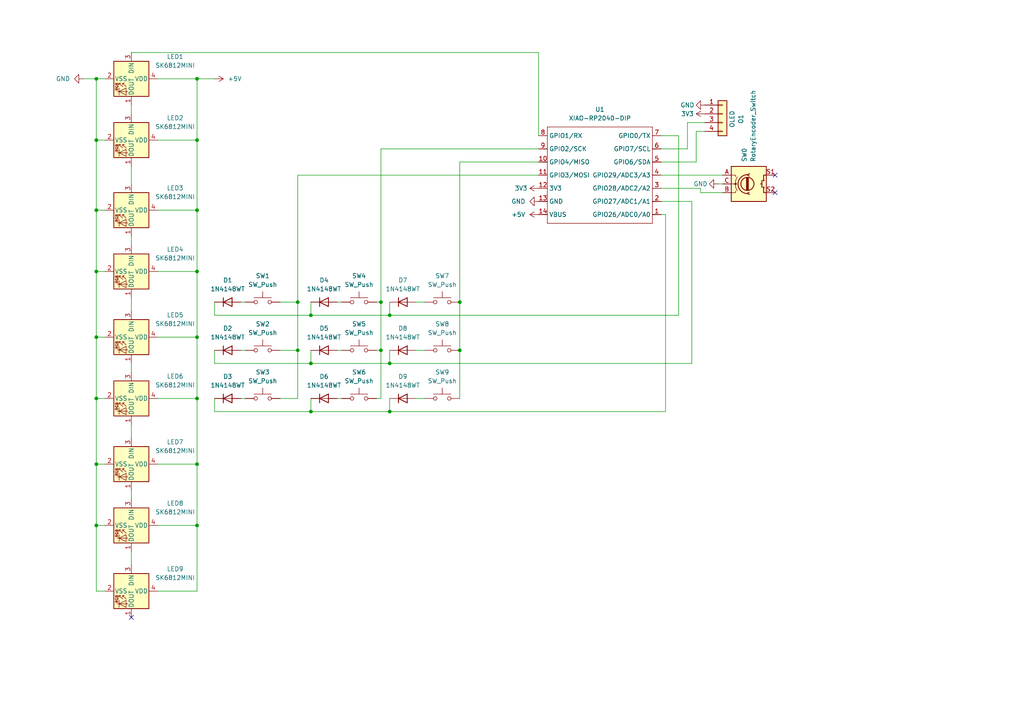
<source format=kicad_sch>
(kicad_sch (version 20250114) (generator "eeschema") (generator_version "9.0")
  (paper "A4")
  (lib_symbols
    (symbol "Connector_Generic:Conn_01x04" (pin_names (offset 1.016) (hide yes))
      (property "Reference" "J" (at 0 5.08 0))
      (property "Value" "Conn_01x04" (at 0 -7.62 0))
      (symbol "Conn_01x04_1_1"
        (rectangle (start -1.27 3.81) (end 1.27 -6.35) (stroke (width 0.254)) (fill (type background)))
        (rectangle (start -1.27 2.667) (end 0 2.413) (stroke (width 0.1524)))
        (rectangle (start -1.27 0.127) (end 0 -0.127) (stroke (width 0.1524)))
        (rectangle (start -1.27 -2.413) (end 0 -2.667) (stroke (width 0.1524)))
        (rectangle (start -1.27 -4.953) (end 0 -5.207) (stroke (width 0.1524)))
        (pin passive line (at -5.08 2.54 0) (length 3.81) (name "Pin_1") (number "1"))
        (pin passive line (at -5.08 0 0) (length 3.81) (name "Pin_2") (number "2"))
        (pin passive line (at -5.08 -2.54 0) (length 3.81) (name "Pin_3") (number "3"))
        (pin passive line (at -5.08 -5.08 0) (length 3.81) (name "Pin_4") (number "4"))
      )
    )
    (symbol "Device:RotaryEncoder_Switch" (pin_names (offset 0.254) (hide yes))
      (property "Reference" "SW" (at 0 6.604 0))
      (property "Value" "RotaryEncoder_Switch" (at 0 -6.604 0))
      (symbol "RotaryEncoder_Switch_0_1"
        (rectangle (start -5.08 5.08) (end 5.08 -5.08) (stroke (width 0.254)) (fill (type background)))
        (polyline (pts (xy -5.08 2.54) (xy -3.81 2.54) (xy -3.81 2.032)))
        (polyline (pts (xy -5.08 0) (xy -3.81 0) (xy -3.81 -1.016) (xy -3.302 -2.032)))
        (polyline (pts (xy -5.08 -2.54) (xy -3.81 -2.54) (xy -3.81 -2.032)))
        (polyline (pts (xy -4.318 0) (xy -3.81 0) (xy -3.81 1.016) (xy -3.302 2.032)))
        (circle (center -3.81 0) (radius 0.254) (fill (type outline)))
        (polyline (pts (xy -0.635 -1.778) (xy -0.635 1.778)) (stroke (width 0.254)))
        (circle (center -0.381 0) (radius 1.905) (stroke (width 0.254)))
        (polyline (pts (xy -0.381 -1.778) (xy -0.381 1.778)) (stroke (width 0.254)))
        (arc (start -0.381 -2.794) (mid -3.0988 -0.0635) (end -0.381 2.667) (stroke (width 0.254)))
        (polyline (pts (xy -0.127 1.778) (xy -0.127 -1.778)) (stroke (width 0.254)))
        (polyline (pts (xy 0.254 2.921) (xy -0.508 2.667) (xy 0.127 2.286)) (stroke (width 0.254)))
        (polyline (pts (xy 0.254 -3.048) (xy -0.508 -2.794) (xy 0.127 -2.413)) (stroke (width 0.254)))
        (polyline (pts (xy 3.81 1.016) (xy 3.81 -1.016)) (stroke (width 0.254)))
        (polyline (pts (xy 3.81 0) (xy 3.429 0)) (stroke (width 0.254)))
        (circle (center 4.318 1.016) (radius 0.127) (stroke (width 0.254)))
        (circle (center 4.318 -1.016) (radius 0.127) (stroke (width 0.254)))
        (polyline (pts (xy 5.08 2.54) (xy 4.318 2.54) (xy 4.318 1.016)) (stroke (width 0.254)))
        (polyline (pts (xy 5.08 -2.54) (xy 4.318 -2.54) (xy 4.318 -1.016)) (stroke (width 0.254)))
      )
      (symbol "RotaryEncoder_Switch_1_1"
        (pin passive line (at -7.62 2.54 0) (length 2.54) (name "A") (number "A"))
        (pin passive line (at -7.62 0 0) (length 2.54) (name "C") (number "C"))
        (pin passive line (at -7.62 -2.54 0) (length 2.54) (name "B") (number "B"))
        (pin passive line (at 7.62 2.54 180) (length 2.54) (name "S1") (number "S1"))
        (pin passive line (at 7.62 -2.54 180) (length 2.54) (name "S2") (number "S2"))
      )
    )
    (symbol "Diode:1N4148WT" (pin_numbers (hide yes)) (pin_names (hide yes))
      (property "Reference" "D" (at 0 2.54 0))
      (property "Value" "1N4148WT" (at 0 -2.54 0))
      (symbol "1N4148WT_0_1"
        (polyline (pts (xy -1.27 1.27) (xy -1.27 -1.27)) (stroke (width 0.254)))
        (polyline (pts (xy 1.27 1.27) (xy 1.27 -1.27) (xy -1.27 0) (xy 1.27 1.27)) (stroke (width 0.254)))
        (polyline (pts (xy 1.27 0) (xy -1.27 0)))
      )
      (symbol "1N4148WT_1_1"
        (pin passive line (at -3.81 0 0) (length 2.54) (name "K") (number "1"))
        (pin passive line (at 3.81 0 180) (length 2.54) (name "A") (number "2"))
      )
    )
    (symbol "LED:SK6812MINI" (pin_names (offset 0.254))
      (property "Reference" "D" (at 5.08 5.715 0))
      (property "Value" "SK6812MINI" (at 1.27 -5.715 0))
      (symbol "SK6812MINI_0_0"
        (text "RGB" (at 2.286 -4.191 0) (effects (font (size 0.762 0.762))))
      )
      (symbol "SK6812MINI_0_1"
        (polyline (pts (xy 1.27 -2.54) (xy 1.778 -2.54)))
        (polyline (pts (xy 1.27 -3.556) (xy 1.778 -3.556)))
        (polyline (pts (xy 2.286 -1.524) (xy 1.27 -2.54) (xy 1.27 -2.032)))
        (polyline (pts (xy 2.286 -2.54) (xy 1.27 -3.556) (xy 1.27 -3.048)))
        (polyline (pts (xy 3.683 -1.016) (xy 3.683 -3.556) (xy 3.683 -4.064)))
        (polyline (pts (xy 4.699 -1.524) (xy 2.667 -1.524) (xy 3.683 -3.556) (xy 4.699 -1.524)))
        (polyline (pts (xy 4.699 -3.556) (xy 2.667 -3.556)))
        (rectangle (start 5.08 5.08) (end -5.08 -5.08) (stroke (width 0.254)) (fill (type background)))
      )
      (symbol "SK6812MINI_1_1"
        (pin input line (at -7.62 0 0) (length 2.54) (name "DIN") (number "3"))
        (pin power_in line (at 0 7.62 270) (length 2.54) (name "VDD") (number "4"))
        (pin power_in line (at 0 -7.62 90) (length 2.54) (name "VSS") (number "2"))
        (pin output line (at 7.62 0 180) (length 2.54) (name "DOUT") (number "1"))
      )
    )
    (symbol "Seeed_Studio_XIAO_Series:XIAO-RP2040-DIP"
      (property "Reference" "U" (at 0 0 0))
      (property "Value" "XIAO-RP2040-DIP" (at 5.334 -1.778 0))
      (symbol "XIAO-RP2040-DIP_1_0"
        (polyline (pts (xy -1.27 -2.54) (xy 29.21 -2.54)) (stroke (width 0.1524)))
        (polyline (pts (xy -1.27 -5.08) (xy -2.54 -5.08)) (stroke (width 0.1524)))
        (polyline (pts (xy -1.27 -5.08) (xy -1.27 -2.54)) (stroke (width 0.1524)))
        (polyline (pts (xy -1.27 -8.89) (xy -2.54 -8.89)) (stroke (width 0.1524)))
        (polyline (pts (xy -1.27 -8.89) (xy -1.27 -5.08)) (stroke (width 0.1524)))
        (polyline (pts (xy -1.27 -12.7) (xy -2.54 -12.7)) (stroke (width 0.1524)))
        (polyline (pts (xy -1.27 -12.7) (xy -1.27 -8.89)) (stroke (width 0.1524)))
        (polyline (pts (xy -1.27 -16.51) (xy -2.54 -16.51)) (stroke (width 0.1524)))
        (polyline (pts (xy -1.27 -16.51) (xy -1.27 -12.7)) (stroke (width 0.1524)))
        (polyline (pts (xy -1.27 -20.32) (xy -2.54 -20.32)) (stroke (width 0.1524)))
        (polyline (pts (xy -1.27 -24.13) (xy -2.54 -24.13)) (stroke (width 0.1524)))
        (polyline (pts (xy -1.27 -27.94) (xy -2.54 -27.94)) (stroke (width 0.1524)))
        (polyline (pts (xy -1.27 -30.48) (xy -1.27 -16.51)) (stroke (width 0.1524)))
        (polyline (pts (xy 29.21 -2.54) (xy 29.21 -5.08)) (stroke (width 0.1524)))
        (polyline (pts (xy 29.21 -5.08) (xy 29.21 -8.89)) (stroke (width 0.1524)))
        (polyline (pts (xy 29.21 -8.89) (xy 29.21 -12.7)) (stroke (width 0.1524)))
        (polyline (pts (xy 29.21 -12.7) (xy 29.21 -30.48)) (stroke (width 0.1524)))
        (polyline (pts (xy 29.21 -30.48) (xy -1.27 -30.48)) (stroke (width 0.1524)))
        (polyline (pts (xy 30.48 -5.08) (xy 29.21 -5.08)) (stroke (width 0.1524)))
        (polyline (pts (xy 30.48 -8.89) (xy 29.21 -8.89)) (stroke (width 0.1524)))
        (polyline (pts (xy 30.48 -12.7) (xy 29.21 -12.7)) (stroke (width 0.1524)))
        (polyline (pts (xy 30.48 -16.51) (xy 29.21 -16.51)) (stroke (width 0.1524)))
        (polyline (pts (xy 30.48 -20.32) (xy 29.21 -20.32)) (stroke (width 0.1524)))
        (polyline (pts (xy 30.48 -24.13) (xy 29.21 -24.13)) (stroke (width 0.1524)))
        (polyline (pts (xy 30.48 -27.94) (xy 29.21 -27.94)) (stroke (width 0.1524)))
        (pin passive line (at -3.81 -5.08 0) (length 2.54) (name "GPIO26/ADC0/A0") (number "1"))
        (pin passive line (at -3.81 -8.89 0) (length 2.54) (name "GPIO27/ADC1/A1") (number "2"))
        (pin passive line (at -3.81 -12.7 0) (length 2.54) (name "GPIO28/ADC2/A2") (number "3"))
        (pin passive line (at -3.81 -16.51 0) (length 2.54) (name "GPIO29/ADC3/A3") (number "4"))
        (pin passive line (at -3.81 -20.32 0) (length 2.54) (name "GPIO6/SDA") (number "5"))
        (pin passive line (at -3.81 -24.13 0) (length 2.54) (name "GPIO7/SCL") (number "6"))
        (pin passive line (at -3.81 -27.94 0) (length 2.54) (name "GPIO0/TX") (number "7"))
        (pin passive line (at 31.75 -5.08 180) (length 2.54) (name "VBUS") (number "14"))
        (pin passive line (at 31.75 -8.89 180) (length 2.54) (name "GND") (number "13"))
        (pin passive line (at 31.75 -12.7 180) (length 2.54) (name "3V3") (number "12"))
        (pin passive line (at 31.75 -16.51 180) (length 2.54) (name "GPIO3/MOSI") (number "11"))
        (pin passive line (at 31.75 -20.32 180) (length 2.54) (name "GPIO4/MISO") (number "10"))
        (pin passive line (at 31.75 -24.13 180) (length 2.54) (name "GPIO2/SCK") (number "9"))
        (pin passive line (at 31.75 -27.94 180) (length 2.54) (name "GPIO1/RX") (number "8"))
      )
    )
    (symbol "Switch:SW_Push" (pin_numbers (hide yes)) (pin_names (offset 1.016) (hide yes))
      (property "Reference" "SW" (at 1.27 2.54 0))
      (property "Value" "SW_Push" (at 0 -1.524 0))
      (symbol "SW_Push_0_1"
        (circle (center -2.032 0) (radius 0.508))
        (polyline (pts (xy 0 1.27) (xy 0 3.048)))
        (circle (center 2.032 0) (radius 0.508))
        (polyline (pts (xy 2.54 1.27) (xy -2.54 1.27)))
        (pin passive line (at -5.08 0 0) (length 2.54) (name "1") (number "1"))
        (pin passive line (at 5.08 0 180) (length 2.54) (name "2") (number "2"))
      )
    )
    (symbol "power:+5V" (power) (pin_numbers (hide yes)) (pin_names (offset 0) (hide yes))
      (property "Value" "+5V" (at 0 3.556 0))
      (symbol "+5V_0_1"
        (polyline (pts (xy -0.762 1.27) (xy 0 2.54)))
        (polyline (pts (xy 0 2.54) (xy 0.762 1.27)))
        (polyline (pts (xy 0 0) (xy 0 2.54)))
      )
      (symbol "+5V_1_1"
        (pin power_in line (at 0 0 90) (length 0) (name "~") (number "1"))
      )
    )
    (symbol "power:GND" (power) (pin_numbers (hide yes)) (pin_names (offset 0) (hide yes))
      (property "Value" "GND" (at 0 -3.81 0))
      (symbol "GND_0_1"
        (polyline (pts (xy 0 0) (xy 0 -1.27) (xy 1.27 -1.27) (xy 0 -2.54) (xy -1.27 -1.27) (xy 0 -1.27)))
      )
      (symbol "GND_1_1"
        (pin power_in line (at 0 0 270) (length 0) (name "~") (number "1"))
      )
    )
    (symbol "power:VCC" (power) (pin_numbers (hide yes)) (pin_names (offset 0) (hide yes))
      (property "Value" "VCC" (at 0 3.556 0))
      (symbol "VCC_0_1"
        (polyline (pts (xy -0.762 1.27) (xy 0 2.54)))
        (polyline (pts (xy 0 2.54) (xy 0.762 1.27)))
        (polyline (pts (xy 0 0) (xy 0 2.54)))
      )
      (symbol "VCC_1_1"
        (pin power_in line (at 0 0 90) (length 0) (name "~") (number "1"))
      )
    )
  )
  (junction (at 27.94 97.79))
  (junction (at 133.35 101.6))
  (junction (at 57.15 115.57))
  (junction (at 57.15 134.62))
  (junction (at 27.94 40.64))
  (junction (at 27.94 60.96))
  (junction (at 86.36 87.63))
  (junction (at 27.94 152.4))
  (junction (at 27.94 115.57))
  (junction (at 90.17 91.44))
  (junction (at 27.94 134.62))
  (junction (at 86.36 101.6))
  (junction (at 57.15 22.86))
  (junction (at 133.35 87.63))
  (junction (at 113.03 91.44))
  (junction (at 57.15 97.79))
  (junction (at 90.17 119.38))
  (junction (at 57.15 40.64))
  (junction (at 27.94 78.74))
  (junction (at 57.15 60.96))
  (junction (at 57.15 78.74))
  (junction (at 90.17 105.41))
  (junction (at 110.49 87.63))
  (junction (at 113.03 105.41))
  (junction (at 57.15 152.4))
  (junction (at 27.94 22.86))
  (junction (at 113.03 119.38))
  (junction (at 110.49 101.6))
  (no_connect (at 38.1 179.07))
  (no_connect (at 224.79 50.8))
  (no_connect (at 224.79 55.88))
  (wire (pts (xy 133.35 101.6) (xy 133.35 115.57)))
  (wire (pts (xy 57.15 22.86) (xy 57.15 40.64)))
  (wire (pts (xy 27.94 40.64) (xy 27.94 60.96)))
  (wire (pts (xy 62.23 105.41) (xy 62.23 101.6)))
  (wire (pts (xy 191.77 39.37) (xy 196.85 39.37)))
  (wire (pts (xy 97.79 115.57) (xy 99.06 115.57)))
  (wire (pts (xy 38.1 160.02) (xy 38.1 163.83)))
  (wire (pts (xy 27.94 115.57) (xy 27.94 134.62)))
  (wire (pts (xy 45.72 97.79) (xy 57.15 97.79)))
  (wire (pts (xy 201.93 38.1) (xy 201.93 46.99)))
  (wire (pts (xy 27.94 40.64) (xy 30.48 40.64)))
  (wire (pts (xy 57.15 115.57) (xy 57.15 134.62)))
  (wire (pts (xy 90.17 119.38) (xy 62.23 119.38)))
  (wire (pts (xy 97.79 101.6) (xy 99.06 101.6)))
  (wire (pts (xy 133.35 87.63) (xy 133.35 46.99)))
  (wire (pts (xy 200.66 105.41) (xy 200.66 58.42)))
  (wire (pts (xy 90.17 119.38) (xy 113.03 119.38)))
  (wire (pts (xy 120.65 115.57) (xy 123.19 115.57)))
  (wire (pts (xy 38.1 68.58) (xy 38.1 71.12)))
  (wire (pts (xy 193.04 62.23) (xy 191.77 62.23)))
  (wire (pts (xy 57.15 152.4) (xy 57.15 171.45)))
  (wire (pts (xy 27.94 97.79) (xy 27.94 115.57)))
  (wire (pts (xy 113.03 87.63) (xy 113.03 91.44)))
  (wire (pts (xy 38.1 30.48) (xy 38.1 33.02)))
  (wire (pts (xy 81.28 115.57) (xy 86.36 115.57)))
  (wire (pts (xy 62.23 119.38) (xy 62.23 115.57)))
  (wire (pts (xy 90.17 101.6) (xy 90.17 105.41)))
  (wire (pts (xy 81.28 87.63) (xy 86.36 87.63)))
  (wire (pts (xy 27.94 78.74) (xy 27.94 97.79)))
  (wire (pts (xy 204.47 35.56) (xy 199.39 35.56)))
  (wire (pts (xy 24.13 22.86) (xy 27.94 22.86)))
  (wire (pts (xy 196.85 39.37) (xy 196.85 91.44)))
  (wire (pts (xy 38.1 105.41) (xy 38.1 107.95)))
  (wire (pts (xy 113.03 119.38) (xy 193.04 119.38)))
  (wire (pts (xy 203.2 55.88) (xy 209.55 55.88)))
  (wire (pts (xy 196.85 91.44) (xy 113.03 91.44)))
  (wire (pts (xy 110.49 87.63) (xy 110.49 101.6)))
  (wire (pts (xy 57.15 134.62) (xy 57.15 152.4)))
  (wire (pts (xy 27.94 134.62) (xy 27.94 152.4)))
  (wire (pts (xy 90.17 105.41) (xy 113.03 105.41)))
  (wire (pts (xy 133.35 46.99) (xy 156.21 46.99)))
  (wire (pts (xy 45.72 22.86) (xy 57.15 22.86)))
  (wire (pts (xy 156.21 43.18) (xy 110.49 43.18)))
  (wire (pts (xy 90.17 105.41) (xy 62.23 105.41)))
  (wire (pts (xy 110.49 101.6) (xy 110.49 115.57)))
  (wire (pts (xy 69.85 101.6) (xy 71.12 101.6)))
  (wire (pts (xy 133.35 87.63) (xy 133.35 101.6)))
  (wire (pts (xy 90.17 87.63) (xy 90.17 91.44)))
  (wire (pts (xy 45.72 152.4) (xy 57.15 152.4)))
  (wire (pts (xy 120.65 101.6) (xy 123.19 101.6)))
  (wire (pts (xy 90.17 91.44) (xy 113.03 91.44)))
  (wire (pts (xy 27.94 171.45) (xy 30.48 171.45)))
  (wire (pts (xy 201.93 46.99) (xy 191.77 46.99)))
  (wire (pts (xy 27.94 60.96) (xy 30.48 60.96)))
  (wire (pts (xy 109.22 115.57) (xy 110.49 115.57)))
  (wire (pts (xy 97.79 87.63) (xy 99.06 87.63)))
  (wire (pts (xy 45.72 60.96) (xy 57.15 60.96)))
  (wire (pts (xy 86.36 50.8) (xy 86.36 87.63)))
  (wire (pts (xy 69.85 115.57) (xy 71.12 115.57)))
  (wire (pts (xy 113.03 101.6) (xy 113.03 105.41)))
  (wire (pts (xy 193.04 62.23) (xy 193.04 119.38)))
  (wire (pts (xy 62.23 91.44) (xy 62.23 87.63)))
  (wire (pts (xy 57.15 40.64) (xy 57.15 60.96)))
  (wire (pts (xy 191.77 58.42) (xy 200.66 58.42)))
  (wire (pts (xy 90.17 115.57) (xy 90.17 119.38)))
  (wire (pts (xy 113.03 115.57) (xy 113.03 119.38)))
  (wire (pts (xy 27.94 152.4) (xy 30.48 152.4)))
  (wire (pts (xy 209.55 53.34) (xy 208.28 53.34)))
  (wire (pts (xy 27.94 97.79) (xy 30.48 97.79)))
  (wire (pts (xy 204.47 38.1) (xy 201.93 38.1)))
  (wire (pts (xy 27.94 22.86) (xy 27.94 40.64)))
  (wire (pts (xy 81.28 101.6) (xy 86.36 101.6)))
  (wire (pts (xy 86.36 87.63) (xy 86.36 101.6)))
  (wire (pts (xy 113.03 105.41) (xy 200.66 105.41)))
  (wire (pts (xy 191.77 54.61) (xy 203.2 54.61)))
  (wire (pts (xy 199.39 43.18) (xy 191.77 43.18)))
  (wire (pts (xy 27.94 152.4) (xy 27.94 171.45)))
  (wire (pts (xy 156.21 15.24) (xy 156.21 39.37)))
  (wire (pts (xy 27.94 78.74) (xy 30.48 78.74)))
  (wire (pts (xy 27.94 134.62) (xy 30.48 134.62)))
  (wire (pts (xy 38.1 142.24) (xy 38.1 144.78)))
  (wire (pts (xy 199.39 35.56) (xy 199.39 43.18)))
  (wire (pts (xy 109.22 87.63) (xy 110.49 87.63)))
  (wire (pts (xy 38.1 86.36) (xy 38.1 90.17)))
  (wire (pts (xy 57.15 78.74) (xy 57.15 97.79)))
  (wire (pts (xy 191.77 50.8) (xy 209.55 50.8)))
  (wire (pts (xy 38.1 48.26) (xy 38.1 53.34)))
  (wire (pts (xy 57.15 22.86) (xy 62.23 22.86)))
  (wire (pts (xy 57.15 40.64) (xy 45.72 40.64)))
  (wire (pts (xy 86.36 101.6) (xy 86.36 115.57)))
  (wire (pts (xy 27.94 60.96) (xy 27.94 78.74)))
  (wire (pts (xy 90.17 91.44) (xy 62.23 91.44)))
  (wire (pts (xy 110.49 43.18) (xy 110.49 87.63)))
  (wire (pts (xy 69.85 87.63) (xy 71.12 87.63)))
  (wire (pts (xy 156.21 50.8) (xy 86.36 50.8)))
  (wire (pts (xy 57.15 97.79) (xy 57.15 115.57)))
  (wire (pts (xy 45.72 78.74) (xy 57.15 78.74)))
  (wire (pts (xy 27.94 115.57) (xy 30.48 115.57)))
  (wire (pts (xy 109.22 101.6) (xy 110.49 101.6)))
  (wire (pts (xy 57.15 60.96) (xy 57.15 78.74)))
  (wire (pts (xy 203.2 54.61) (xy 203.2 55.88)))
  (wire (pts (xy 38.1 15.24) (xy 156.21 15.24)))
  (wire (pts (xy 38.1 123.19) (xy 38.1 127)))
  (wire (pts (xy 27.94 22.86) (xy 30.48 22.86)))
  (wire (pts (xy 45.72 115.57) (xy 57.15 115.57)))
  (wire (pts (xy 45.72 134.62) (xy 57.15 134.62)))
  (wire (pts (xy 45.72 171.45) (xy 57.15 171.45)))
  (wire (pts (xy 120.65 87.63) (xy 123.19 87.63)))
  (symbol (lib_id "power:+5V") (at 62.23 22.86 270) (unit 1)
    (property "Reference" "#PWR05" (effects (hide yes)))
    (property "Value" "+5V" (at 66.04 22.8599 90) (effects (justify left)))
    (property "Description" "Power symbol creates a global label with name \"+5V\"" (effects (hide yes)))
  )
  (symbol (lib_id "power:GND") (at 156.21 58.42 270) (unit 1)
    (property "Reference" "#PWR01" (effects (hide yes)))
    (property "Value" "GND" (at 152.4 58.4199 90) (effects (justify right)))
    (property "Description" "Power symbol creates a global label with name \"GND\" , ground" (effects (hide yes)))
  )
  (symbol (lib_id "LED:SK6812MINI") (at 38.1 60.96 270) (unit 1)
    (property "Reference" "LED3" (at 50.8 54.5398 90))
    (property "Value" "SK6812MINI" (at 50.8 57.0798 90))
    (property "Footprint" "LED_SMD:LED_SK6812MINI_PLCC4_3.5x3.5mm_P1.75mm" (effects (hide yes)))
    (property "Datasheet" "https://cdn-shop.adafruit.com/product-files/2686/SK6812MINI_REV.01-1-2.pdf" (effects (hide yes)))
    (property "Description" "RGB LED with integrated controller" (effects (hide yes)))
  )
  (symbol (lib_id "LED:SK6812MINI") (at 38.1 40.64 270) (unit 1)
    (property "Reference" "LED2" (at 50.8 34.2198 90))
    (property "Value" "SK6812MINI" (at 50.8 36.7598 90))
    (property "Footprint" "LED_SMD:LED_SK6812MINI_PLCC4_3.5x3.5mm_P1.75mm" (effects (hide yes)))
    (property "Datasheet" "https://cdn-shop.adafruit.com/product-files/2686/SK6812MINI_REV.01-1-2.pdf" (effects (hide yes)))
    (property "Description" "RGB LED with integrated controller" (effects (hide yes)))
  )
  (symbol (lib_id "Diode:1N4148WT") (at 116.84 101.6 0) (unit 1)
    (property "Reference" "D8" (at 116.84 95.25 0))
    (property "Value" "1N4148WT" (at 116.84 97.79 0))
    (property "Footprint" "Diode_THT:D_DO-35_SOD27_P7.62mm_Horizontal" (effects (hide yes)))
    (property "Datasheet" "https://www.diodes.com/assets/Datasheets/ds30396.pdf" (effects (hide yes)))
    (property "Description" "75V 0.15A Fast switching Diode, SOD-523" (effects (hide yes)))
    (property "Sim.Device" "D" (effects (hide yes)))
    (property "Sim.Pins" "1=K 2=A" (effects (hide yes)))
  )
  (symbol (lib_id "Switch:SW_Push") (at 104.14 101.6 0) (unit 1)
    (property "Reference" "SW5" (at 104.14 93.98 0))
    (property "Value" "SW_Push" (at 104.14 96.52 0))
    (property "Footprint" "Button_Switch_Keyboard:SW_Cherry_MX_1.00u_PCB" (effects (hide yes)))
    (property "Description" "Push button switch, generic, two pins" (effects (hide yes)))
  )
  (symbol (lib_id "Switch:SW_Push") (at 104.14 115.57 0) (unit 1)
    (property "Reference" "SW6" (at 104.14 107.95 0))
    (property "Value" "SW_Push" (at 104.14 110.49 0))
    (property "Footprint" "Button_Switch_Keyboard:SW_Cherry_MX_1.00u_PCB" (effects (hide yes)))
    (property "Description" "Push button switch, generic, two pins" (effects (hide yes)))
  )
  (symbol (lib_id "LED:SK6812MINI") (at 38.1 97.79 270) (unit 1)
    (property "Reference" "LED5" (at 50.8 91.3698 90))
    (property "Value" "SK6812MINI" (at 50.8 93.9098 90))
    (property "Footprint" "LED_SMD:LED_SK6812MINI_PLCC4_3.5x3.5mm_P1.75mm" (effects (hide yes)))
    (property "Datasheet" "https://cdn-shop.adafruit.com/product-files/2686/SK6812MINI_REV.01-1-2.pdf" (effects (hide yes)))
    (property "Description" "RGB LED with integrated controller" (effects (hide yes)))
  )
  (symbol (lib_id "power:VCC") (at 156.21 54.61 90) (unit 1)
    (property "Reference" "#PWR06" (effects (hide yes)))
    (property "Value" "3V3" (at 151.13 54.61 90))
    (property "Description" "Power symbol creates a global label with name \"VCC\"" (effects (hide yes)))
  )
  (symbol (lib_id "LED:SK6812MINI") (at 38.1 152.4 270) (unit 1)
    (property "Reference" "LED8" (at 50.8 145.9798 90))
    (property "Value" "SK6812MINI" (at 50.8 148.5198 90))
    (property "Footprint" "LED_SMD:LED_SK6812MINI_PLCC4_3.5x3.5mm_P1.75mm" (effects (hide yes)))
    (property "Datasheet" "https://cdn-shop.adafruit.com/product-files/2686/SK6812MINI_REV.01-1-2.pdf" (effects (hide yes)))
    (property "Description" "RGB LED with integrated controller" (effects (hide yes)))
  )
  (symbol (lib_id "LED:SK6812MINI") (at 38.1 22.86 270) (unit 1)
    (property "Reference" "LED1" (at 50.8 16.4398 90))
    (property "Value" "SK6812MINI" (at 50.8 18.9798 90))
    (property "Footprint" "LED_SMD:LED_SK6812MINI_PLCC4_3.5x3.5mm_P1.75mm" (effects (hide yes)))
    (property "Datasheet" "https://cdn-shop.adafruit.com/product-files/2686/SK6812MINI_REV.01-1-2.pdf" (effects (hide yes)))
    (property "Description" "RGB LED with integrated controller" (effects (hide yes)))
  )
  (symbol (lib_id "Switch:SW_Push") (at 128.27 87.63 0) (unit 1)
    (property "Reference" "SW7" (at 128.27 80.01 0))
    (property "Value" "SW_Push" (at 128.27 82.55 0))
    (property "Footprint" "Button_Switch_Keyboard:SW_Cherry_MX_1.00u_PCB" (effects (hide yes)))
    (property "Description" "Push button switch, generic, two pins" (effects (hide yes)))
  )
  (symbol (lib_id "Device:RotaryEncoder_Switch") (at 217.17 53.34 0) (unit 1)
    (property "Reference" "SW0" (at 215.8999 46.99 90) (effects (justify left)))
    (property "Value" "RotaryEncoder_Switch" (at 218.4399 46.99 90) (effects (justify left)))
    (property "Footprint" "Rotary_Encoder:RotaryEncoder_Alps_EC11E-Switch_Vertical_H20mm" (effects (hide yes)))
    (property "Description" "Rotary encoder, dual channel, incremental quadrate outputs, with switch" (effects (hide yes)))
  )
  (symbol (lib_id "Switch:SW_Push") (at 128.27 115.57 0) (unit 1)
    (property "Reference" "SW9" (at 128.27 107.95 0))
    (property "Value" "SW_Push" (at 128.27 110.49 0))
    (property "Footprint" "Button_Switch_Keyboard:SW_Cherry_MX_1.00u_PCB" (effects (hide yes)))
    (property "Description" "Push button switch, generic, two pins" (effects (hide yes)))
  )
  (symbol (lib_id "Diode:1N4148WT") (at 93.98 115.57 0) (unit 1)
    (property "Reference" "D6" (at 93.98 109.22 0))
    (property "Value" "1N4148WT" (at 93.98 111.76 0))
    (property "Footprint" "Diode_THT:D_DO-35_SOD27_P7.62mm_Horizontal" (effects (hide yes)))
    (property "Datasheet" "https://www.diodes.com/assets/Datasheets/ds30396.pdf" (effects (hide yes)))
    (property "Description" "75V 0.15A Fast switching Diode, SOD-523" (effects (hide yes)))
    (property "Sim.Device" "D" (effects (hide yes)))
    (property "Sim.Pins" "1=K 2=A" (effects (hide yes)))
  )
  (symbol (lib_id "Switch:SW_Push") (at 128.27 101.6 0) (unit 1)
    (property "Reference" "SW8" (at 128.27 93.98 0))
    (property "Value" "SW_Push" (at 128.27 96.52 0))
    (property "Footprint" "Button_Switch_Keyboard:SW_Cherry_MX_1.00u_PCB" (effects (hide yes)))
    (property "Description" "Push button switch, generic, two pins" (effects (hide yes)))
  )
  (symbol (lib_id "Diode:1N4148WT") (at 116.84 115.57 0) (unit 1)
    (property "Reference" "D9" (at 116.84 109.22 0))
    (property "Value" "1N4148WT" (at 116.84 111.76 0))
    (property "Footprint" "Diode_THT:D_DO-35_SOD27_P7.62mm_Horizontal" (effects (hide yes)))
    (property "Datasheet" "https://www.diodes.com/assets/Datasheets/ds30396.pdf" (effects (hide yes)))
    (property "Description" "75V 0.15A Fast switching Diode, SOD-523" (effects (hide yes)))
    (property "Sim.Device" "D" (effects (hide yes)))
    (property "Sim.Pins" "1=K 2=A" (effects (hide yes)))
  )
  (symbol (lib_id "Switch:SW_Push") (at 76.2 101.6 0) (unit 1)
    (property "Reference" "SW2" (at 76.2 93.98 0))
    (property "Value" "SW_Push" (at 76.2 96.52 0))
    (property "Footprint" "Button_Switch_Keyboard:SW_Cherry_MX_1.00u_PCB" (effects (hide yes)))
    (property "Description" "Push button switch, generic, two pins" (effects (hide yes)))
  )
  (symbol (lib_id "power:VCC") (at 204.47 33.02 90) (unit 1)
    (property "Reference" "#PWR08" (effects (hide yes)))
    (property "Value" "3V3" (at 199.39 33.02 90))
    (property "Description" "Power symbol creates a global label with name \"VCC\"" (effects (hide yes)))
  )
  (symbol (lib_id "Diode:1N4148WT") (at 66.04 115.57 0) (unit 1)
    (property "Reference" "D3" (at 66.04 109.22 0))
    (property "Value" "1N4148WT" (at 66.04 111.76 0))
    (property "Footprint" "Diode_THT:D_DO-35_SOD27_P7.62mm_Horizontal" (effects (hide yes)))
    (property "Datasheet" "https://www.diodes.com/assets/Datasheets/ds30396.pdf" (effects (hide yes)))
    (property "Description" "75V 0.15A Fast switching Diode, SOD-523" (effects (hide yes)))
    (property "Sim.Device" "D" (effects (hide yes)))
    (property "Sim.Pins" "1=K 2=A" (effects (hide yes)))
  )
  (symbol (lib_id "Connector_Generic:Conn_01x04") (at 209.55 33.02 0) (unit 1)
    (property "Reference" "O1" (at 214.884 34.544 90))
    (property "Value" "OLED" (at 212.344 34.544 90))
    (property "Footprint" "KiCad-SSD1306-0.91-OLED-4pin-128x32.pretty-master:SSD1306-0.91-OLED-4pin-128x32" (effects (hide yes)))
    (property "Description" "Generic connector, single row, 01x04, script generated (kicad-library-utils/schlib/autogen/connector/)" (effects (hide yes)))
  )
  (symbol (lib_id "Switch:SW_Push") (at 104.14 87.63 0) (unit 1)
    (property "Reference" "SW4" (at 104.14 80.01 0))
    (property "Value" "SW_Push" (at 104.14 82.55 0))
    (property "Footprint" "Button_Switch_Keyboard:SW_Cherry_MX_1.00u_PCB" (effects (hide yes)))
    (property "Description" "Push button switch, generic, two pins" (effects (hide yes)))
  )
  (symbol (lib_id "LED:SK6812MINI") (at 38.1 115.57 270) (unit 1)
    (property "Reference" "LED6" (at 50.8 109.1498 90))
    (property "Value" "SK6812MINI" (at 50.8 111.6898 90))
    (property "Footprint" "LED_SMD:LED_SK6812MINI_PLCC4_3.5x3.5mm_P1.75mm" (effects (hide yes)))
    (property "Datasheet" "https://cdn-shop.adafruit.com/product-files/2686/SK6812MINI_REV.01-1-2.pdf" (effects (hide yes)))
    (property "Description" "RGB LED with integrated controller" (effects (hide yes)))
  )
  (symbol (lib_id "Diode:1N4148WT") (at 66.04 87.63 0) (unit 1)
    (property "Reference" "D1" (at 66.04 81.28 0))
    (property "Value" "1N4148WT" (at 66.04 83.82 0))
    (property "Footprint" "Diode_THT:D_DO-35_SOD27_P7.62mm_Horizontal" (effects (hide yes)))
    (property "Datasheet" "https://www.diodes.com/assets/Datasheets/ds30396.pdf" (effects (hide yes)))
    (property "Description" "75V 0.15A Fast switching Diode, SOD-523" (effects (hide yes)))
    (property "Sim.Device" "D" (effects (hide yes)))
    (property "Sim.Pins" "1=K 2=A" (effects (hide yes)))
  )
  (symbol (lib_id "power:GND") (at 204.47 30.48 270) (unit 1)
    (property "Reference" "#PWR07" (effects (hide yes)))
    (property "Value" "GND" (at 201.422 30.48 90) (effects (justify right)))
    (property "Description" "Power symbol creates a global label with name \"GND\" , ground" (effects (hide yes)))
  )
  (symbol (lib_id "Diode:1N4148WT") (at 66.04 101.6 0) (unit 1)
    (property "Reference" "D2" (at 66.04 95.25 0))
    (property "Value" "1N4148WT" (at 66.04 97.79 0))
    (property "Footprint" "Diode_THT:D_DO-35_SOD27_P7.62mm_Horizontal" (effects (hide yes)))
    (property "Datasheet" "https://www.diodes.com/assets/Datasheets/ds30396.pdf" (effects (hide yes)))
    (property "Description" "75V 0.15A Fast switching Diode, SOD-523" (effects (hide yes)))
    (property "Sim.Device" "D" (effects (hide yes)))
    (property "Sim.Pins" "1=K 2=A" (effects (hide yes)))
  )
  (symbol (lib_id "Switch:SW_Push") (at 76.2 115.57 0) (unit 1)
    (property "Reference" "SW3" (at 76.2 107.95 0))
    (property "Value" "SW_Push" (at 76.2 110.49 0))
    (property "Footprint" "Button_Switch_Keyboard:SW_Cherry_MX_1.00u_PCB" (effects (hide yes)))
    (property "Description" "Push button switch, generic, two pins" (effects (hide yes)))
  )
  (symbol (lib_id "Diode:1N4148WT") (at 116.84 87.63 0) (unit 1)
    (property "Reference" "D7" (at 116.84 81.28 0))
    (property "Value" "1N4148WT" (at 116.84 83.82 0))
    (property "Footprint" "Diode_THT:D_DO-35_SOD27_P7.62mm_Horizontal" (effects (hide yes)))
    (property "Datasheet" "https://www.diodes.com/assets/Datasheets/ds30396.pdf" (effects (hide yes)))
    (property "Description" "75V 0.15A Fast switching Diode, SOD-523" (effects (hide yes)))
    (property "Sim.Device" "D" (effects (hide yes)))
    (property "Sim.Pins" "1=K 2=A" (effects (hide yes)))
  )
  (symbol (lib_id "power:GND") (at 208.28 53.34 270) (unit 1)
    (property "Reference" "#PWR03" (effects (hide yes)))
    (property "Value" "GND" (at 205.232 53.34 90) (effects (justify right)))
    (property "Description" "Power symbol creates a global label with name \"GND\" , ground" (effects (hide yes)))
  )
  (symbol (lib_id "Diode:1N4148WT") (at 93.98 101.6 0) (unit 1)
    (property "Reference" "D5" (at 93.98 95.25 0))
    (property "Value" "1N4148WT" (at 93.98 97.79 0))
    (property "Footprint" "Diode_THT:D_DO-35_SOD27_P7.62mm_Horizontal" (effects (hide yes)))
    (property "Datasheet" "https://www.diodes.com/assets/Datasheets/ds30396.pdf" (effects (hide yes)))
    (property "Description" "75V 0.15A Fast switching Diode, SOD-523" (effects (hide yes)))
    (property "Sim.Device" "D" (effects (hide yes)))
    (property "Sim.Pins" "1=K 2=A" (effects (hide yes)))
  )
  (symbol (lib_id "LED:SK6812MINI") (at 38.1 78.74 270) (unit 1)
    (property "Reference" "LED4" (at 50.8 72.3198 90))
    (property "Value" "SK6812MINI" (at 50.8 74.8598 90))
    (property "Footprint" "LED_SMD:LED_SK6812MINI_PLCC4_3.5x3.5mm_P1.75mm" (effects (hide yes)))
    (property "Datasheet" "https://cdn-shop.adafruit.com/product-files/2686/SK6812MINI_REV.01-1-2.pdf" (effects (hide yes)))
    (property "Description" "RGB LED with integrated controller" (effects (hide yes)))
  )
  (symbol (lib_id "Seeed_Studio_XIAO_Series:XIAO-RP2040-DIP") (at 187.96 67.31 180) (unit 1)
    (property "Reference" "U1" (at 173.99 31.75 0))
    (property "Value" "XIAO-RP2040-DIP" (at 173.99 34.29 0))
    (property "Footprint" "Seeed Studio XIAO Series Library:XIAO-RP2040-DIP" (effects (hide yes)))
  )
  (symbol (lib_id "LED:SK6812MINI") (at 38.1 171.45 270) (unit 1)
    (property "Reference" "LED9" (at 50.8 165.0298 90))
    (property "Value" "SK6812MINI" (at 50.8 167.5698 90))
    (property "Footprint" "LED_SMD:LED_SK6812MINI_PLCC4_3.5x3.5mm_P1.75mm" (effects (hide yes)))
    (property "Datasheet" "https://cdn-shop.adafruit.com/product-files/2686/SK6812MINI_REV.01-1-2.pdf" (effects (hide yes)))
    (property "Description" "RGB LED with integrated controller" (effects (hide yes)))
  )
  (symbol (lib_id "Switch:SW_Push") (at 76.2 87.63 0) (unit 1)
    (property "Reference" "SW1" (at 76.2 80.01 0))
    (property "Value" "SW_Push" (at 76.2 82.55 0))
    (property "Footprint" "Button_Switch_Keyboard:SW_Cherry_MX_1.00u_PCB" (effects (hide yes)))
    (property "Description" "Push button switch, generic, two pins" (effects (hide yes)))
  )
  (symbol (lib_id "power:+5V") (at 156.21 62.23 90) (unit 1)
    (property "Reference" "#PWR02" (effects (hide yes)))
    (property "Value" "+5V" (at 152.4 62.2301 90) (effects (justify left)))
    (property "Description" "Power symbol creates a global label with name \"+5V\"" (effects (hide yes)))
  )
  (symbol (lib_id "Diode:1N4148WT") (at 93.98 87.63 0) (unit 1)
    (property "Reference" "D4" (at 93.98 81.28 0))
    (property "Value" "1N4148WT" (at 93.98 83.82 0))
    (property "Footprint" "Diode_THT:D_DO-35_SOD27_P7.62mm_Horizontal" (effects (hide yes)))
    (property "Datasheet" "https://www.diodes.com/assets/Datasheets/ds30396.pdf" (effects (hide yes)))
    (property "Description" "75V 0.15A Fast switching Diode, SOD-523" (effects (hide yes)))
    (property "Sim.Device" "D" (effects (hide yes)))
    (property "Sim.Pins" "1=K 2=A" (effects (hide yes)))
  )
  (symbol (lib_id "power:GND") (at 24.13 22.86 270) (unit 1)
    (property "Reference" "#PWR04" (effects (hide yes)))
    (property "Value" "GND" (at 20.32 22.8599 90) (effects (justify right)))
    (property "Description" "Power symbol creates a global label with name \"GND\" , ground" (effects (hide yes)))
  )
  (symbol (lib_id "LED:SK6812MINI") (at 38.1 134.62 270) (unit 1)
    (property "Reference" "LED7" (at 50.8 128.1998 90))
    (property "Value" "SK6812MINI" (at 50.8 130.7398 90))
    (property "Footprint" "LED_SMD:LED_SK6812MINI_PLCC4_3.5x3.5mm_P1.75mm" (effects (hide yes)))
    (property "Datasheet" "https://cdn-shop.adafruit.com/product-files/2686/SK6812MINI_REV.01-1-2.pdf" (effects (hide yes)))
    (property "Description" "RGB LED with integrated controller" (effects (hide yes)))
  )
)
</source>
